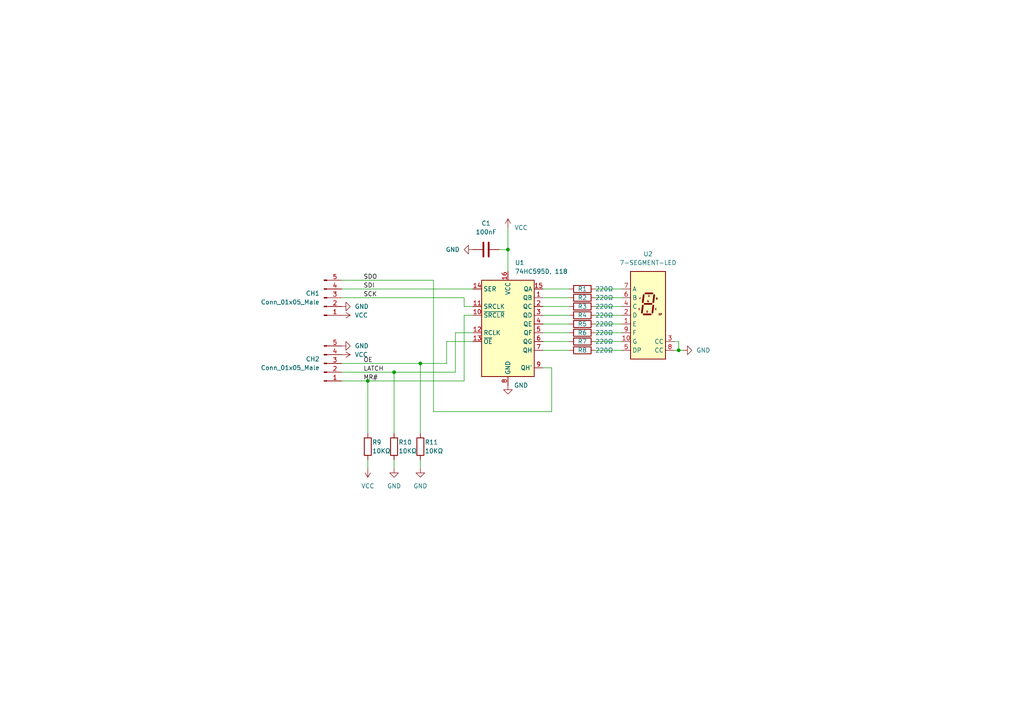
<source format=kicad_sch>
(kicad_sch (version 20230121) (generator eeschema)

  (uuid 38975fd9-2a31-4e73-b8fb-7891ecf7d40d)

  (paper "A4")

  (title_block
    (title "AE-7SEG-BOARD")
  )

  (lib_symbols
    (symbol "74xx:74HC595" (in_bom yes) (on_board yes)
      (property "Reference" "U" (at -7.62 13.97 0)
        (effects (font (size 1.27 1.27)))
      )
      (property "Value" "74HC595" (at -7.62 -16.51 0)
        (effects (font (size 1.27 1.27)))
      )
      (property "Footprint" "" (at 0 0 0)
        (effects (font (size 1.27 1.27)) hide)
      )
      (property "Datasheet" "http://www.ti.com/lit/ds/symlink/sn74hc595.pdf" (at 0 0 0)
        (effects (font (size 1.27 1.27)) hide)
      )
      (property "ki_keywords" "HCMOS SR 3State" (at 0 0 0)
        (effects (font (size 1.27 1.27)) hide)
      )
      (property "ki_description" "8-bit serial in/out Shift Register 3-State Outputs" (at 0 0 0)
        (effects (font (size 1.27 1.27)) hide)
      )
      (property "ki_fp_filters" "DIP*W7.62mm* SOIC*3.9x9.9mm*P1.27mm* TSSOP*4.4x5mm*P0.65mm* SOIC*5.3x10.2mm*P1.27mm* SOIC*7.5x10.3mm*P1.27mm*" (at 0 0 0)
        (effects (font (size 1.27 1.27)) hide)
      )
      (symbol "74HC595_1_0"
        (pin tri_state line (at 10.16 7.62 180) (length 2.54)
          (name "QB" (effects (font (size 1.27 1.27))))
          (number "1" (effects (font (size 1.27 1.27))))
        )
        (pin input line (at -10.16 2.54 0) (length 2.54)
          (name "~{SRCLR}" (effects (font (size 1.27 1.27))))
          (number "10" (effects (font (size 1.27 1.27))))
        )
        (pin input line (at -10.16 5.08 0) (length 2.54)
          (name "SRCLK" (effects (font (size 1.27 1.27))))
          (number "11" (effects (font (size 1.27 1.27))))
        )
        (pin input line (at -10.16 -2.54 0) (length 2.54)
          (name "RCLK" (effects (font (size 1.27 1.27))))
          (number "12" (effects (font (size 1.27 1.27))))
        )
        (pin input line (at -10.16 -5.08 0) (length 2.54)
          (name "~{OE}" (effects (font (size 1.27 1.27))))
          (number "13" (effects (font (size 1.27 1.27))))
        )
        (pin input line (at -10.16 10.16 0) (length 2.54)
          (name "SER" (effects (font (size 1.27 1.27))))
          (number "14" (effects (font (size 1.27 1.27))))
        )
        (pin tri_state line (at 10.16 10.16 180) (length 2.54)
          (name "QA" (effects (font (size 1.27 1.27))))
          (number "15" (effects (font (size 1.27 1.27))))
        )
        (pin power_in line (at 0 15.24 270) (length 2.54)
          (name "VCC" (effects (font (size 1.27 1.27))))
          (number "16" (effects (font (size 1.27 1.27))))
        )
        (pin tri_state line (at 10.16 5.08 180) (length 2.54)
          (name "QC" (effects (font (size 1.27 1.27))))
          (number "2" (effects (font (size 1.27 1.27))))
        )
        (pin tri_state line (at 10.16 2.54 180) (length 2.54)
          (name "QD" (effects (font (size 1.27 1.27))))
          (number "3" (effects (font (size 1.27 1.27))))
        )
        (pin tri_state line (at 10.16 0 180) (length 2.54)
          (name "QE" (effects (font (size 1.27 1.27))))
          (number "4" (effects (font (size 1.27 1.27))))
        )
        (pin tri_state line (at 10.16 -2.54 180) (length 2.54)
          (name "QF" (effects (font (size 1.27 1.27))))
          (number "5" (effects (font (size 1.27 1.27))))
        )
        (pin tri_state line (at 10.16 -5.08 180) (length 2.54)
          (name "QG" (effects (font (size 1.27 1.27))))
          (number "6" (effects (font (size 1.27 1.27))))
        )
        (pin tri_state line (at 10.16 -7.62 180) (length 2.54)
          (name "QH" (effects (font (size 1.27 1.27))))
          (number "7" (effects (font (size 1.27 1.27))))
        )
        (pin power_in line (at 0 -17.78 90) (length 2.54)
          (name "GND" (effects (font (size 1.27 1.27))))
          (number "8" (effects (font (size 1.27 1.27))))
        )
        (pin output line (at 10.16 -12.7 180) (length 2.54)
          (name "QH'" (effects (font (size 1.27 1.27))))
          (number "9" (effects (font (size 1.27 1.27))))
        )
      )
      (symbol "74HC595_1_1"
        (rectangle (start -7.62 12.7) (end 7.62 -15.24)
          (stroke (width 0.254) (type default))
          (fill (type background))
        )
      )
    )
    (symbol "Connector:Conn_01x05_Male" (pin_names (offset 1.016) hide) (in_bom yes) (on_board yes)
      (property "Reference" "J" (at 0 7.62 0)
        (effects (font (size 1.27 1.27)))
      )
      (property "Value" "Conn_01x05_Male" (at 0 -7.62 0)
        (effects (font (size 1.27 1.27)))
      )
      (property "Footprint" "" (at 0 0 0)
        (effects (font (size 1.27 1.27)) hide)
      )
      (property "Datasheet" "~" (at 0 0 0)
        (effects (font (size 1.27 1.27)) hide)
      )
      (property "ki_keywords" "connector" (at 0 0 0)
        (effects (font (size 1.27 1.27)) hide)
      )
      (property "ki_description" "Generic connector, single row, 01x05, script generated (kicad-library-utils/schlib/autogen/connector/)" (at 0 0 0)
        (effects (font (size 1.27 1.27)) hide)
      )
      (property "ki_fp_filters" "Connector*:*_1x??_*" (at 0 0 0)
        (effects (font (size 1.27 1.27)) hide)
      )
      (symbol "Conn_01x05_Male_1_1"
        (polyline
          (pts
            (xy 1.27 -5.08)
            (xy 0.8636 -5.08)
          )
          (stroke (width 0.1524) (type default))
          (fill (type none))
        )
        (polyline
          (pts
            (xy 1.27 -2.54)
            (xy 0.8636 -2.54)
          )
          (stroke (width 0.1524) (type default))
          (fill (type none))
        )
        (polyline
          (pts
            (xy 1.27 0)
            (xy 0.8636 0)
          )
          (stroke (width 0.1524) (type default))
          (fill (type none))
        )
        (polyline
          (pts
            (xy 1.27 2.54)
            (xy 0.8636 2.54)
          )
          (stroke (width 0.1524) (type default))
          (fill (type none))
        )
        (polyline
          (pts
            (xy 1.27 5.08)
            (xy 0.8636 5.08)
          )
          (stroke (width 0.1524) (type default))
          (fill (type none))
        )
        (rectangle (start 0.8636 -4.953) (end 0 -5.207)
          (stroke (width 0.1524) (type default))
          (fill (type outline))
        )
        (rectangle (start 0.8636 -2.413) (end 0 -2.667)
          (stroke (width 0.1524) (type default))
          (fill (type outline))
        )
        (rectangle (start 0.8636 0.127) (end 0 -0.127)
          (stroke (width 0.1524) (type default))
          (fill (type outline))
        )
        (rectangle (start 0.8636 2.667) (end 0 2.413)
          (stroke (width 0.1524) (type default))
          (fill (type outline))
        )
        (rectangle (start 0.8636 5.207) (end 0 4.953)
          (stroke (width 0.1524) (type default))
          (fill (type outline))
        )
        (pin passive line (at 5.08 5.08 180) (length 3.81)
          (name "Pin_1" (effects (font (size 1.27 1.27))))
          (number "1" (effects (font (size 1.27 1.27))))
        )
        (pin passive line (at 5.08 2.54 180) (length 3.81)
          (name "Pin_2" (effects (font (size 1.27 1.27))))
          (number "2" (effects (font (size 1.27 1.27))))
        )
        (pin passive line (at 5.08 0 180) (length 3.81)
          (name "Pin_3" (effects (font (size 1.27 1.27))))
          (number "3" (effects (font (size 1.27 1.27))))
        )
        (pin passive line (at 5.08 -2.54 180) (length 3.81)
          (name "Pin_4" (effects (font (size 1.27 1.27))))
          (number "4" (effects (font (size 1.27 1.27))))
        )
        (pin passive line (at 5.08 -5.08 180) (length 3.81)
          (name "Pin_5" (effects (font (size 1.27 1.27))))
          (number "5" (effects (font (size 1.27 1.27))))
        )
      )
    )
    (symbol "Device:C" (pin_numbers hide) (pin_names (offset 0.254)) (in_bom yes) (on_board yes)
      (property "Reference" "C" (at 0.635 2.54 0)
        (effects (font (size 1.27 1.27)) (justify left))
      )
      (property "Value" "C" (at 0.635 -2.54 0)
        (effects (font (size 1.27 1.27)) (justify left))
      )
      (property "Footprint" "" (at 0.9652 -3.81 0)
        (effects (font (size 1.27 1.27)) hide)
      )
      (property "Datasheet" "~" (at 0 0 0)
        (effects (font (size 1.27 1.27)) hide)
      )
      (property "ki_keywords" "cap capacitor" (at 0 0 0)
        (effects (font (size 1.27 1.27)) hide)
      )
      (property "ki_description" "Unpolarized capacitor" (at 0 0 0)
        (effects (font (size 1.27 1.27)) hide)
      )
      (property "ki_fp_filters" "C_*" (at 0 0 0)
        (effects (font (size 1.27 1.27)) hide)
      )
      (symbol "C_0_1"
        (polyline
          (pts
            (xy -2.032 -0.762)
            (xy 2.032 -0.762)
          )
          (stroke (width 0.508) (type default))
          (fill (type none))
        )
        (polyline
          (pts
            (xy -2.032 0.762)
            (xy 2.032 0.762)
          )
          (stroke (width 0.508) (type default))
          (fill (type none))
        )
      )
      (symbol "C_1_1"
        (pin passive line (at 0 3.81 270) (length 2.794)
          (name "~" (effects (font (size 1.27 1.27))))
          (number "1" (effects (font (size 1.27 1.27))))
        )
        (pin passive line (at 0 -3.81 90) (length 2.794)
          (name "~" (effects (font (size 1.27 1.27))))
          (number "2" (effects (font (size 1.27 1.27))))
        )
      )
    )
    (symbol "Device:R" (pin_numbers hide) (pin_names (offset 0)) (in_bom yes) (on_board yes)
      (property "Reference" "R" (at 2.032 0 90)
        (effects (font (size 1.27 1.27)))
      )
      (property "Value" "R" (at 0 0 90)
        (effects (font (size 1.27 1.27)))
      )
      (property "Footprint" "" (at -1.778 0 90)
        (effects (font (size 1.27 1.27)) hide)
      )
      (property "Datasheet" "~" (at 0 0 0)
        (effects (font (size 1.27 1.27)) hide)
      )
      (property "ki_keywords" "R res resistor" (at 0 0 0)
        (effects (font (size 1.27 1.27)) hide)
      )
      (property "ki_description" "Resistor" (at 0 0 0)
        (effects (font (size 1.27 1.27)) hide)
      )
      (property "ki_fp_filters" "R_*" (at 0 0 0)
        (effects (font (size 1.27 1.27)) hide)
      )
      (symbol "R_0_1"
        (rectangle (start -1.016 -2.54) (end 1.016 2.54)
          (stroke (width 0.254) (type default))
          (fill (type none))
        )
      )
      (symbol "R_1_1"
        (pin passive line (at 0 3.81 270) (length 1.27)
          (name "~" (effects (font (size 1.27 1.27))))
          (number "1" (effects (font (size 1.27 1.27))))
        )
        (pin passive line (at 0 -3.81 90) (length 1.27)
          (name "~" (effects (font (size 1.27 1.27))))
          (number "2" (effects (font (size 1.27 1.27))))
        )
      )
    )
    (symbol "Display_Character:D1X8K-14BL" (in_bom yes) (on_board yes)
      (property "Reference" "U" (at -2.54 13.97 0)
        (effects (font (size 1.27 1.27)) (justify right))
      )
      (property "Value" "D1X8K-14BL" (at 1.27 13.97 0)
        (effects (font (size 1.27 1.27)) (justify left))
      )
      (property "Footprint" "Display_7Segment:D1X8K" (at 0 -15.24 0)
        (effects (font (size 1.27 1.27)) hide)
      )
      (property "Datasheet" "https://ia800903.us.archive.org/24/items/CTKD1x8K/Cromatek%20D168K.pdf" (at -12.7 12.065 0)
        (effects (font (size 1.27 1.27)) (justify left) hide)
      )
      (property "ki_keywords" "display LED 7-segment" (at 0 0 0)
        (effects (font (size 1.27 1.27)) hide)
      )
      (property "ki_description" "One digit 7 segment ultra bright blue LED, low current, common cathode" (at 0 0 0)
        (effects (font (size 1.27 1.27)) hide)
      )
      (property "ki_fp_filters" "D1X8K*" (at 0 0 0)
        (effects (font (size 1.27 1.27)) hide)
      )
      (symbol "D1X8K-14BL_0_0"
        (text "A" (at 0.254 5.588 0)
          (effects (font (size 0.508 0.508)))
        )
        (text "B" (at 2.54 4.826 0)
          (effects (font (size 0.508 0.508)))
        )
        (text "C" (at 2.286 1.778 0)
          (effects (font (size 0.508 0.508)))
        )
        (text "D" (at -0.254 1.016 0)
          (effects (font (size 0.508 0.508)))
        )
        (text "DP" (at 3.556 0.254 0)
          (effects (font (size 0.508 0.508)))
        )
        (text "E" (at -2.54 1.778 0)
          (effects (font (size 0.508 0.508)))
        )
        (text "F" (at -2.286 4.826 0)
          (effects (font (size 0.508 0.508)))
        )
        (text "G" (at 0 4.064 0)
          (effects (font (size 0.508 0.508)))
        )
      )
      (symbol "D1X8K-14BL_0_1"
        (rectangle (start -5.08 12.7) (end 5.08 -12.7)
          (stroke (width 0.254) (type default))
          (fill (type background))
        )
        (polyline
          (pts
            (xy -1.524 2.794)
            (xy -1.778 0.762)
          )
          (stroke (width 0.508) (type default))
          (fill (type none))
        )
        (polyline
          (pts
            (xy -1.27 0.254)
            (xy 0.762 0.254)
          )
          (stroke (width 0.508) (type default))
          (fill (type none))
        )
        (polyline
          (pts
            (xy -1.27 5.842)
            (xy -1.524 3.81)
          )
          (stroke (width 0.508) (type default))
          (fill (type none))
        )
        (polyline
          (pts
            (xy -1.016 3.302)
            (xy 1.016 3.302)
          )
          (stroke (width 0.508) (type default))
          (fill (type none))
        )
        (polyline
          (pts
            (xy -0.762 6.35)
            (xy 1.27 6.35)
          )
          (stroke (width 0.508) (type default))
          (fill (type none))
        )
        (polyline
          (pts
            (xy 1.524 2.794)
            (xy 1.27 0.762)
          )
          (stroke (width 0.508) (type default))
          (fill (type none))
        )
        (polyline
          (pts
            (xy 1.778 5.842)
            (xy 1.524 3.81)
          )
          (stroke (width 0.508) (type default))
          (fill (type none))
        )
        (polyline
          (pts
            (xy 2.54 0.254)
            (xy 2.54 0.254)
          )
          (stroke (width 0.508) (type default))
          (fill (type none))
        )
      )
      (symbol "D1X8K-14BL_1_1"
        (pin input line (at -7.62 -2.54 0) (length 2.54)
          (name "E" (effects (font (size 1.27 1.27))))
          (number "1" (effects (font (size 1.27 1.27))))
        )
        (pin input line (at -7.62 -7.62 0) (length 2.54)
          (name "G" (effects (font (size 1.27 1.27))))
          (number "10" (effects (font (size 1.27 1.27))))
        )
        (pin input line (at -7.62 0 0) (length 2.54)
          (name "D" (effects (font (size 1.27 1.27))))
          (number "2" (effects (font (size 1.27 1.27))))
        )
        (pin input line (at 7.62 -7.62 180) (length 2.54)
          (name "CC" (effects (font (size 1.27 1.27))))
          (number "3" (effects (font (size 1.27 1.27))))
        )
        (pin input line (at -7.62 2.54 0) (length 2.54)
          (name "C" (effects (font (size 1.27 1.27))))
          (number "4" (effects (font (size 1.27 1.27))))
        )
        (pin input line (at -7.62 -10.16 0) (length 2.54)
          (name "DP" (effects (font (size 1.27 1.27))))
          (number "5" (effects (font (size 1.27 1.27))))
        )
        (pin input line (at -7.62 5.08 0) (length 2.54)
          (name "B" (effects (font (size 1.27 1.27))))
          (number "6" (effects (font (size 1.27 1.27))))
        )
        (pin input line (at -7.62 7.62 0) (length 2.54)
          (name "A" (effects (font (size 1.27 1.27))))
          (number "7" (effects (font (size 1.27 1.27))))
        )
        (pin input line (at 7.62 -10.16 180) (length 2.54)
          (name "CC" (effects (font (size 1.27 1.27))))
          (number "8" (effects (font (size 1.27 1.27))))
        )
        (pin input line (at -7.62 -5.08 0) (length 2.54)
          (name "F" (effects (font (size 1.27 1.27))))
          (number "9" (effects (font (size 1.27 1.27))))
        )
      )
    )
    (symbol "power:GND" (power) (pin_names (offset 0)) (in_bom yes) (on_board yes)
      (property "Reference" "#PWR" (at 0 -6.35 0)
        (effects (font (size 1.27 1.27)) hide)
      )
      (property "Value" "GND" (at 0 -3.81 0)
        (effects (font (size 1.27 1.27)))
      )
      (property "Footprint" "" (at 0 0 0)
        (effects (font (size 1.27 1.27)) hide)
      )
      (property "Datasheet" "" (at 0 0 0)
        (effects (font (size 1.27 1.27)) hide)
      )
      (property "ki_keywords" "power-flag" (at 0 0 0)
        (effects (font (size 1.27 1.27)) hide)
      )
      (property "ki_description" "Power symbol creates a global label with name \"GND\" , ground" (at 0 0 0)
        (effects (font (size 1.27 1.27)) hide)
      )
      (symbol "GND_0_1"
        (polyline
          (pts
            (xy 0 0)
            (xy 0 -1.27)
            (xy 1.27 -1.27)
            (xy 0 -2.54)
            (xy -1.27 -1.27)
            (xy 0 -1.27)
          )
          (stroke (width 0) (type default))
          (fill (type none))
        )
      )
      (symbol "GND_1_1"
        (pin power_in line (at 0 0 270) (length 0) hide
          (name "GND" (effects (font (size 1.27 1.27))))
          (number "1" (effects (font (size 1.27 1.27))))
        )
      )
    )
    (symbol "power:VCC" (power) (pin_names (offset 0)) (in_bom yes) (on_board yes)
      (property "Reference" "#PWR" (at 0 -3.81 0)
        (effects (font (size 1.27 1.27)) hide)
      )
      (property "Value" "VCC" (at 0 3.81 0)
        (effects (font (size 1.27 1.27)))
      )
      (property "Footprint" "" (at 0 0 0)
        (effects (font (size 1.27 1.27)) hide)
      )
      (property "Datasheet" "" (at 0 0 0)
        (effects (font (size 1.27 1.27)) hide)
      )
      (property "ki_keywords" "power-flag" (at 0 0 0)
        (effects (font (size 1.27 1.27)) hide)
      )
      (property "ki_description" "Power symbol creates a global label with name \"VCC\"" (at 0 0 0)
        (effects (font (size 1.27 1.27)) hide)
      )
      (symbol "VCC_0_1"
        (polyline
          (pts
            (xy -0.762 1.27)
            (xy 0 2.54)
          )
          (stroke (width 0) (type default))
          (fill (type none))
        )
        (polyline
          (pts
            (xy 0 0)
            (xy 0 2.54)
          )
          (stroke (width 0) (type default))
          (fill (type none))
        )
        (polyline
          (pts
            (xy 0 2.54)
            (xy 0.762 1.27)
          )
          (stroke (width 0) (type default))
          (fill (type none))
        )
      )
      (symbol "VCC_1_1"
        (pin power_in line (at 0 0 90) (length 0) hide
          (name "VCC" (effects (font (size 1.27 1.27))))
          (number "1" (effects (font (size 1.27 1.27))))
        )
      )
    )
  )

  (junction (at 114.3 107.95) (diameter 0) (color 0 0 0 0)
    (uuid 1f23b9c7-8cdf-4ae9-9248-daa394158642)
  )
  (junction (at 106.68 110.49) (diameter 0) (color 0 0 0 0)
    (uuid 6f3ae56a-3158-4c1a-9d43-11a593c32109)
  )
  (junction (at 147.32 72.39) (diameter 0) (color 0 0 0 0)
    (uuid b4a42977-9b74-454e-b6d5-322abdeb6dd5)
  )
  (junction (at 196.85 101.6) (diameter 0) (color 0 0 0 0)
    (uuid dcbdd326-72ba-4d0f-9aea-b28feabf6875)
  )
  (junction (at 121.92 105.41) (diameter 0) (color 0 0 0 0)
    (uuid e1308960-5ad7-4222-86ae-fbb9c24f9135)
  )

  (wire (pts (xy 121.92 105.41) (xy 121.92 125.73))
    (stroke (width 0) (type default))
    (uuid 0074c861-83fd-4b0a-8c08-06f8669fa1a5)
  )
  (wire (pts (xy 165.1 83.82) (xy 157.48 83.82))
    (stroke (width 0) (type default))
    (uuid 062188c2-3edc-4290-a51b-321e062cfaed)
  )
  (wire (pts (xy 180.34 101.6) (xy 172.72 101.6))
    (stroke (width 0) (type default))
    (uuid 0cee9588-7c12-4298-ab58-c27f3b0d0be7)
  )
  (wire (pts (xy 147.32 66.04) (xy 147.32 72.39))
    (stroke (width 0) (type default))
    (uuid 0ec2ec94-b723-418e-bd00-efcd451f1395)
  )
  (wire (pts (xy 165.1 88.9) (xy 157.48 88.9))
    (stroke (width 0) (type default))
    (uuid 1e045455-901d-44c4-864e-5c801dd42ea9)
  )
  (wire (pts (xy 147.32 72.39) (xy 147.32 78.74))
    (stroke (width 0) (type default))
    (uuid 2a81048f-8d40-4e6d-a8f1-def55d9ac390)
  )
  (wire (pts (xy 134.62 86.36) (xy 134.62 88.9))
    (stroke (width 0) (type default))
    (uuid 2dc67cad-b6a1-4677-ad55-f10a0c284a24)
  )
  (wire (pts (xy 114.3 107.95) (xy 99.06 107.95))
    (stroke (width 0) (type default))
    (uuid 30ae45ba-3871-414e-b673-9cd151108661)
  )
  (wire (pts (xy 157.48 106.68) (xy 160.02 106.68))
    (stroke (width 0) (type default))
    (uuid 333b827c-edba-4d1c-a0d1-e939b74e7e56)
  )
  (wire (pts (xy 134.62 110.49) (xy 106.68 110.49))
    (stroke (width 0) (type default))
    (uuid 36f1b997-08cd-45cf-a933-09bb5e76e12b)
  )
  (wire (pts (xy 132.08 96.52) (xy 132.08 107.95))
    (stroke (width 0) (type default))
    (uuid 39842c51-cf44-41c4-ab52-3bfa03b171b6)
  )
  (wire (pts (xy 137.16 96.52) (xy 132.08 96.52))
    (stroke (width 0) (type default))
    (uuid 3c6cb632-2904-4b14-90f2-f6dcc539bad5)
  )
  (wire (pts (xy 180.34 86.36) (xy 172.72 86.36))
    (stroke (width 0) (type default))
    (uuid 421d20de-a505-4cf4-a61c-beaafac8e6ec)
  )
  (wire (pts (xy 129.54 105.41) (xy 121.92 105.41))
    (stroke (width 0) (type default))
    (uuid 464c89c3-b2ff-46f0-af22-98e172a117dd)
  )
  (wire (pts (xy 196.85 99.06) (xy 196.85 101.6))
    (stroke (width 0) (type default))
    (uuid 4c5007d6-3133-4f22-a59e-da51ebb9a67a)
  )
  (wire (pts (xy 137.16 99.06) (xy 129.54 99.06))
    (stroke (width 0) (type default))
    (uuid 4cb69591-caaf-45da-bc74-51ca688aad67)
  )
  (wire (pts (xy 114.3 135.89) (xy 114.3 133.35))
    (stroke (width 0) (type default))
    (uuid 4ef4c637-a9f4-4f69-b444-0491d38ce9af)
  )
  (wire (pts (xy 195.58 101.6) (xy 196.85 101.6))
    (stroke (width 0) (type default))
    (uuid 5307c372-6ffc-45ca-9f53-cb71cbb48f18)
  )
  (wire (pts (xy 165.1 101.6) (xy 157.48 101.6))
    (stroke (width 0) (type default))
    (uuid 53fd9298-f901-4545-873d-9693f9c6c55a)
  )
  (wire (pts (xy 106.68 110.49) (xy 99.06 110.49))
    (stroke (width 0) (type default))
    (uuid 5552f81d-b73f-4fb0-926f-a362a70860d5)
  )
  (wire (pts (xy 125.73 119.38) (xy 125.73 81.28))
    (stroke (width 0) (type default))
    (uuid 55ea1d1e-7869-4e53-98b3-615a245edf9a)
  )
  (wire (pts (xy 180.34 99.06) (xy 172.72 99.06))
    (stroke (width 0) (type default))
    (uuid 58380a21-cffc-433f-812a-0850b74512df)
  )
  (wire (pts (xy 99.06 105.41) (xy 121.92 105.41))
    (stroke (width 0) (type default))
    (uuid 5da1223a-e5cc-410d-adbe-74b7ad4a2fe5)
  )
  (wire (pts (xy 165.1 93.98) (xy 157.48 93.98))
    (stroke (width 0) (type default))
    (uuid 6086ca81-72b9-4381-bd28-4e758bceefeb)
  )
  (wire (pts (xy 180.34 88.9) (xy 172.72 88.9))
    (stroke (width 0) (type default))
    (uuid 639b265a-9c8f-4285-9287-2ad85fcb9e9d)
  )
  (wire (pts (xy 180.34 83.82) (xy 172.72 83.82))
    (stroke (width 0) (type default))
    (uuid 6518d84c-7e4b-4345-a968-0ac03a43ff33)
  )
  (wire (pts (xy 99.06 83.82) (xy 137.16 83.82))
    (stroke (width 0) (type default))
    (uuid 7251802a-eb0c-409a-a962-58633a3411e3)
  )
  (wire (pts (xy 137.16 91.44) (xy 134.62 91.44))
    (stroke (width 0) (type default))
    (uuid 7464f55e-d923-4452-a487-fc32e01640fd)
  )
  (wire (pts (xy 114.3 107.95) (xy 114.3 125.73))
    (stroke (width 0) (type default))
    (uuid 772250d4-a76b-4150-ac1b-7ae65b8585b4)
  )
  (wire (pts (xy 121.92 135.89) (xy 121.92 133.35))
    (stroke (width 0) (type default))
    (uuid 7a8ea77f-6727-4fbb-9dee-95bbb1f7ea32)
  )
  (wire (pts (xy 180.34 93.98) (xy 172.72 93.98))
    (stroke (width 0) (type default))
    (uuid 957500c8-164b-46cd-8da5-3dbe55dfa9ff)
  )
  (wire (pts (xy 165.1 91.44) (xy 157.48 91.44))
    (stroke (width 0) (type default))
    (uuid 96f1a94e-7253-4487-af4a-90e04022e668)
  )
  (wire (pts (xy 160.02 119.38) (xy 125.73 119.38))
    (stroke (width 0) (type default))
    (uuid 9adfb5e0-68ee-4807-8e2c-adab1809a7be)
  )
  (wire (pts (xy 106.68 135.89) (xy 106.68 133.35))
    (stroke (width 0) (type default))
    (uuid a38ae512-3406-478c-849b-9ffd622f0b39)
  )
  (wire (pts (xy 180.34 91.44) (xy 172.72 91.44))
    (stroke (width 0) (type default))
    (uuid ae5eb2c4-b573-424a-86de-9d82c2e1e897)
  )
  (wire (pts (xy 196.85 99.06) (xy 195.58 99.06))
    (stroke (width 0) (type default))
    (uuid ae8bf846-a042-45fd-8993-277132734d11)
  )
  (wire (pts (xy 99.06 86.36) (xy 134.62 86.36))
    (stroke (width 0) (type default))
    (uuid ba712246-3889-404e-acf6-e0c5780377b6)
  )
  (wire (pts (xy 129.54 99.06) (xy 129.54 105.41))
    (stroke (width 0) (type default))
    (uuid c1eb609a-b658-446f-a75a-e9e333a291cc)
  )
  (wire (pts (xy 144.78 72.39) (xy 147.32 72.39))
    (stroke (width 0) (type default))
    (uuid c684d8d1-a95d-4bdc-8a9c-f27c7d92320c)
  )
  (wire (pts (xy 165.1 99.06) (xy 157.48 99.06))
    (stroke (width 0) (type default))
    (uuid c79c62b5-3a01-4cd7-ba50-92e44a34fc2c)
  )
  (wire (pts (xy 106.68 110.49) (xy 106.68 125.73))
    (stroke (width 0) (type default))
    (uuid c9c1eb55-ef76-4e36-931f-4119fd562d47)
  )
  (wire (pts (xy 196.85 101.6) (xy 198.12 101.6))
    (stroke (width 0) (type default))
    (uuid cb565913-5373-4f63-ada9-2f1855807efc)
  )
  (wire (pts (xy 125.73 81.28) (xy 99.06 81.28))
    (stroke (width 0) (type default))
    (uuid d948897c-faac-4a79-9a23-ec4305ca8b7c)
  )
  (wire (pts (xy 134.62 91.44) (xy 134.62 110.49))
    (stroke (width 0) (type default))
    (uuid eaf2e6ad-4475-4f84-bdeb-ca7d068469e4)
  )
  (wire (pts (xy 165.1 86.36) (xy 157.48 86.36))
    (stroke (width 0) (type default))
    (uuid f28c9102-a06b-473c-92e2-3c4ce83a6251)
  )
  (wire (pts (xy 134.62 88.9) (xy 137.16 88.9))
    (stroke (width 0) (type default))
    (uuid f46fb98a-4616-424c-ace0-b1a41f2b2583)
  )
  (wire (pts (xy 160.02 106.68) (xy 160.02 119.38))
    (stroke (width 0) (type default))
    (uuid f5583684-fda6-46cf-854b-12406f918d0b)
  )
  (wire (pts (xy 165.1 96.52) (xy 157.48 96.52))
    (stroke (width 0) (type default))
    (uuid f64f9100-a7f0-4668-b079-05f84722225f)
  )
  (wire (pts (xy 132.08 107.95) (xy 114.3 107.95))
    (stroke (width 0) (type default))
    (uuid f694b79c-7749-4510-af44-1cb910431313)
  )
  (wire (pts (xy 180.34 96.52) (xy 172.72 96.52))
    (stroke (width 0) (type default))
    (uuid fe5a613f-fcb8-4145-bbf2-3922f5c2b062)
  )

  (label "MR#" (at 105.41 110.49 0) (fields_autoplaced)
    (effects (font (size 1.27 1.27)) (justify left bottom))
    (uuid 05aeedbf-4971-4304-87f2-1cb0fe5ee388)
  )
  (label "OE" (at 105.41 105.41 0) (fields_autoplaced)
    (effects (font (size 1.27 1.27)) (justify left bottom))
    (uuid 391f33bf-b64b-492e-8c6f-ac311d56cf1b)
  )
  (label "SDO" (at 105.41 81.28 0) (fields_autoplaced)
    (effects (font (size 1.27 1.27)) (justify left bottom))
    (uuid 44e71df4-5564-46dd-a61c-54126fd7ec58)
  )
  (label "LATCH" (at 105.41 107.95 0) (fields_autoplaced)
    (effects (font (size 1.27 1.27)) (justify left bottom))
    (uuid 5ce9b1b8-d50e-4aae-9c7a-a17b6d121829)
  )
  (label "SCK" (at 105.41 86.36 0) (fields_autoplaced)
    (effects (font (size 1.27 1.27)) (justify left bottom))
    (uuid 78ab49a0-9055-4379-abf7-912f163ef9c6)
  )
  (label "SDI" (at 105.41 83.82 0) (fields_autoplaced)
    (effects (font (size 1.27 1.27)) (justify left bottom))
    (uuid b4dd3a28-1840-4cbe-a999-c70e03094e39)
  )

  (symbol (lib_id "Device:R") (at 114.3 129.54 180) (unit 1)
    (in_bom yes) (on_board yes) (dnp no)
    (uuid 011fd06e-aa51-47ba-950b-32124e5146de)
    (property "Reference" "R10" (at 115.57 128.27 0)
      (effects (font (size 1.27 1.27)) (justify right))
    )
    (property "Value" "10KΩ" (at 115.57 130.81 0)
      (effects (font (size 1.27 1.27)) (justify right))
    )
    (property "Footprint" "Resistor_SMD:R_0402_1005Metric" (at 116.078 129.54 90)
      (effects (font (size 1.27 1.27)) hide)
    )
    (property "Datasheet" "https://datasheet.lcsc.com/lcsc/2206010100_UNI-ROYAL-Uniroyal-Elec-0402WGF1002TCE_C25744.pdf" (at 114.3 129.54 0)
      (effects (font (size 1.27 1.27)) hide)
    )
    (property "LCSC" "C25744" (at 114.3 129.54 90)
      (effects (font (size 1.27 1.27)) hide)
    )
    (pin "1" (uuid 05807a90-b31b-4617-84e0-5e98e2d5f366))
    (pin "2" (uuid 3ac1738d-27f7-4551-bfe1-ad139bede114))
    (instances
      (project "AE-7SEG-BOARD"
        (path "/38975fd9-2a31-4e73-b8fb-7891ecf7d40d"
          (reference "R10") (unit 1)
        )
      )
    )
  )

  (symbol (lib_id "power:GND") (at 99.06 88.9 90) (unit 1)
    (in_bom yes) (on_board yes) (dnp no) (fields_autoplaced)
    (uuid 050e46eb-ce6e-419c-a534-00f83c9a8815)
    (property "Reference" "#PWR0108" (at 105.41 88.9 0)
      (effects (font (size 1.27 1.27)) hide)
    )
    (property "Value" "GND" (at 102.87 88.8999 90)
      (effects (font (size 1.27 1.27)) (justify right))
    )
    (property "Footprint" "" (at 99.06 88.9 0)
      (effects (font (size 1.27 1.27)) hide)
    )
    (property "Datasheet" "" (at 99.06 88.9 0)
      (effects (font (size 1.27 1.27)) hide)
    )
    (pin "1" (uuid 41fb41b2-6157-415f-9e19-af5594fc01f1))
    (instances
      (project "AE-7SEG-BOARD"
        (path "/38975fd9-2a31-4e73-b8fb-7891ecf7d40d"
          (reference "#PWR0108") (unit 1)
        )
      )
    )
  )

  (symbol (lib_id "power:GND") (at 99.06 100.33 90) (unit 1)
    (in_bom yes) (on_board yes) (dnp no) (fields_autoplaced)
    (uuid 0e9099a5-8325-4cb3-8108-87e75c3d8fef)
    (property "Reference" "#PWR0107" (at 105.41 100.33 0)
      (effects (font (size 1.27 1.27)) hide)
    )
    (property "Value" "GND" (at 102.87 100.3299 90)
      (effects (font (size 1.27 1.27)) (justify right))
    )
    (property "Footprint" "" (at 99.06 100.33 0)
      (effects (font (size 1.27 1.27)) hide)
    )
    (property "Datasheet" "" (at 99.06 100.33 0)
      (effects (font (size 1.27 1.27)) hide)
    )
    (pin "1" (uuid e2bbe589-c366-44b9-a815-d36379906bfc))
    (instances
      (project "AE-7SEG-BOARD"
        (path "/38975fd9-2a31-4e73-b8fb-7891ecf7d40d"
          (reference "#PWR0107") (unit 1)
        )
      )
    )
  )

  (symbol (lib_id "power:VCC") (at 147.32 66.04 0) (unit 1)
    (in_bom yes) (on_board yes) (dnp no)
    (uuid 156d3f0a-dd26-44d1-b8c3-2cd552536f4f)
    (property "Reference" "#PWR0101" (at 147.32 69.85 0)
      (effects (font (size 1.27 1.27)) hide)
    )
    (property "Value" "VCC" (at 151.13 66.04 0)
      (effects (font (size 1.27 1.27)))
    )
    (property "Footprint" "" (at 147.32 66.04 0)
      (effects (font (size 1.27 1.27)) hide)
    )
    (property "Datasheet" "" (at 147.32 66.04 0)
      (effects (font (size 1.27 1.27)) hide)
    )
    (pin "1" (uuid 464d4a0e-8e01-47b3-b65d-93b2afb2313b))
    (instances
      (project "AE-7SEG-BOARD"
        (path "/38975fd9-2a31-4e73-b8fb-7891ecf7d40d"
          (reference "#PWR0101") (unit 1)
        )
      )
    )
  )

  (symbol (lib_id "Device:R") (at 168.91 93.98 90) (unit 1)
    (in_bom yes) (on_board yes) (dnp no)
    (uuid 1ad41561-35d7-4639-95cb-73731641c61f)
    (property "Reference" "R5" (at 168.91 93.98 90)
      (effects (font (size 1.27 1.27)))
    )
    (property "Value" "220Ω" (at 175.26 93.98 90)
      (effects (font (size 1.27 1.27)))
    )
    (property "Footprint" "Resistor_SMD:R_0402_1005Metric" (at 168.91 95.758 90)
      (effects (font (size 1.27 1.27)) hide)
    )
    (property "Datasheet" "https://datasheet.lcsc.com/lcsc/2205311900_UNI-ROYAL-Uniroyal-Elec-0402WGF2200TCE_C25091.pdf" (at 168.91 93.98 0)
      (effects (font (size 1.27 1.27)) hide)
    )
    (property "LCSC" "C25091" (at 168.91 93.98 90)
      (effects (font (size 1.27 1.27)) hide)
    )
    (pin "1" (uuid 357d2da5-b4cc-4609-9404-20a659e0070c))
    (pin "2" (uuid e94f5165-ca24-4d31-8b86-e726247dda88))
    (instances
      (project "AE-7SEG-BOARD"
        (path "/38975fd9-2a31-4e73-b8fb-7891ecf7d40d"
          (reference "R5") (unit 1)
        )
      )
    )
  )

  (symbol (lib_id "Connector:Conn_01x05_Male") (at 93.98 86.36 0) (mirror x) (unit 1)
    (in_bom no) (on_board yes) (dnp no) (fields_autoplaced)
    (uuid 1cf3af5d-a224-4beb-9217-889dd6a2c447)
    (property "Reference" "CH1" (at 92.71 85.0899 0)
      (effects (font (size 1.27 1.27)) (justify right))
    )
    (property "Value" "Conn_01x05_Male" (at 92.71 87.6299 0)
      (effects (font (size 1.27 1.27)) (justify right))
    )
    (property "Footprint" "Connector_PinHeader_2.54mm:PinHeader_1x05_P2.54mm_Vertical" (at 93.98 86.36 0)
      (effects (font (size 1.27 1.27)) hide)
    )
    (property "Datasheet" "~" (at 93.98 86.36 0)
      (effects (font (size 1.27 1.27)) hide)
    )
    (pin "1" (uuid e34601cf-958d-4b65-8aa7-fdf6eaf44f61))
    (pin "2" (uuid 3ec65077-3061-491f-bcc6-766a75bb432c))
    (pin "3" (uuid b3b304f2-9feb-4e88-a6f1-dd688a685304))
    (pin "4" (uuid ec5196e6-7ccb-4312-bb8a-2b31ec35bcc1))
    (pin "5" (uuid 4368943b-668a-4b2e-a771-e6a34ca3b099))
    (instances
      (project "AE-7SEG-BOARD"
        (path "/38975fd9-2a31-4e73-b8fb-7891ecf7d40d"
          (reference "CH1") (unit 1)
        )
      )
    )
  )

  (symbol (lib_id "Device:R") (at 168.91 83.82 90) (unit 1)
    (in_bom yes) (on_board yes) (dnp no)
    (uuid 1d7fbd2b-58e1-44d5-b08a-2a8e110b969a)
    (property "Reference" "R1" (at 168.91 83.82 90)
      (effects (font (size 1.27 1.27)))
    )
    (property "Value" "220Ω" (at 175.26 83.82 90)
      (effects (font (size 1.27 1.27)))
    )
    (property "Footprint" "Resistor_SMD:R_0402_1005Metric" (at 168.91 85.598 90)
      (effects (font (size 1.27 1.27)) hide)
    )
    (property "Datasheet" "https://datasheet.lcsc.com/lcsc/2205311900_UNI-ROYAL-Uniroyal-Elec-0402WGF2200TCE_C25091.pdf" (at 168.91 83.82 0)
      (effects (font (size 1.27 1.27)) hide)
    )
    (property "LCSC" "C25091" (at 168.91 83.82 90)
      (effects (font (size 1.27 1.27)) hide)
    )
    (pin "1" (uuid 40fe11f7-5aed-4afc-9c71-743972946d22))
    (pin "2" (uuid 19c79d27-8b84-4664-ae83-e47aa8c157bf))
    (instances
      (project "AE-7SEG-BOARD"
        (path "/38975fd9-2a31-4e73-b8fb-7891ecf7d40d"
          (reference "R1") (unit 1)
        )
      )
    )
  )

  (symbol (lib_id "power:GND") (at 137.16 72.39 270) (unit 1)
    (in_bom yes) (on_board yes) (dnp no) (fields_autoplaced)
    (uuid 27313161-c79f-47e1-a76a-2fa5fef3da1b)
    (property "Reference" "#PWR0111" (at 130.81 72.39 0)
      (effects (font (size 1.27 1.27)) hide)
    )
    (property "Value" "GND" (at 133.35 72.3899 90)
      (effects (font (size 1.27 1.27)) (justify right))
    )
    (property "Footprint" "" (at 137.16 72.39 0)
      (effects (font (size 1.27 1.27)) hide)
    )
    (property "Datasheet" "" (at 137.16 72.39 0)
      (effects (font (size 1.27 1.27)) hide)
    )
    (pin "1" (uuid 66149ee1-9560-4cd7-a5de-92f70fbb4b9a))
    (instances
      (project "AE-7SEG-BOARD"
        (path "/38975fd9-2a31-4e73-b8fb-7891ecf7d40d"
          (reference "#PWR0111") (unit 1)
        )
      )
    )
  )

  (symbol (lib_id "Device:R") (at 168.91 96.52 90) (unit 1)
    (in_bom yes) (on_board yes) (dnp no)
    (uuid 282da042-c2dd-4daa-ad50-acfd010cc740)
    (property "Reference" "R6" (at 168.91 96.52 90)
      (effects (font (size 1.27 1.27)))
    )
    (property "Value" "220Ω" (at 175.26 96.52 90)
      (effects (font (size 1.27 1.27)))
    )
    (property "Footprint" "Resistor_SMD:R_0402_1005Metric" (at 168.91 98.298 90)
      (effects (font (size 1.27 1.27)) hide)
    )
    (property "Datasheet" "https://datasheet.lcsc.com/lcsc/2205311900_UNI-ROYAL-Uniroyal-Elec-0402WGF2200TCE_C25091.pdf" (at 168.91 96.52 0)
      (effects (font (size 1.27 1.27)) hide)
    )
    (property "LCSC" "C25091" (at 168.91 96.52 90)
      (effects (font (size 1.27 1.27)) hide)
    )
    (pin "1" (uuid aa9ef9da-3c6a-421d-b176-46f661d559aa))
    (pin "2" (uuid f9f44904-b196-4c36-834b-50122ca15eef))
    (instances
      (project "AE-7SEG-BOARD"
        (path "/38975fd9-2a31-4e73-b8fb-7891ecf7d40d"
          (reference "R6") (unit 1)
        )
      )
    )
  )

  (symbol (lib_id "power:GND") (at 198.12 101.6 90) (unit 1)
    (in_bom yes) (on_board yes) (dnp no) (fields_autoplaced)
    (uuid 2ee7113c-ab97-43ba-a6da-e60d55bf9929)
    (property "Reference" "#PWR0103" (at 204.47 101.6 0)
      (effects (font (size 1.27 1.27)) hide)
    )
    (property "Value" "GND" (at 201.93 101.5999 90)
      (effects (font (size 1.27 1.27)) (justify right))
    )
    (property "Footprint" "" (at 198.12 101.6 0)
      (effects (font (size 1.27 1.27)) hide)
    )
    (property "Datasheet" "" (at 198.12 101.6 0)
      (effects (font (size 1.27 1.27)) hide)
    )
    (pin "1" (uuid 41713099-90b6-498b-86b1-723e62e0ee7f))
    (instances
      (project "AE-7SEG-BOARD"
        (path "/38975fd9-2a31-4e73-b8fb-7891ecf7d40d"
          (reference "#PWR0103") (unit 1)
        )
      )
    )
  )

  (symbol (lib_id "Device:R") (at 168.91 86.36 90) (unit 1)
    (in_bom yes) (on_board yes) (dnp no)
    (uuid 2f72b7d8-b661-4a62-98ad-75a02dc450c6)
    (property "Reference" "R2" (at 168.91 86.36 90)
      (effects (font (size 1.27 1.27)))
    )
    (property "Value" "220Ω" (at 175.26 86.36 90)
      (effects (font (size 1.27 1.27)))
    )
    (property "Footprint" "Resistor_SMD:R_0402_1005Metric" (at 168.91 88.138 90)
      (effects (font (size 1.27 1.27)) hide)
    )
    (property "Datasheet" "https://datasheet.lcsc.com/lcsc/2205311900_UNI-ROYAL-Uniroyal-Elec-0402WGF2200TCE_C25091.pdf" (at 168.91 86.36 0)
      (effects (font (size 1.27 1.27)) hide)
    )
    (property "LCSC" "C25091" (at 168.91 86.36 90)
      (effects (font (size 1.27 1.27)) hide)
    )
    (pin "1" (uuid 9fdc6e27-1f05-4a33-9955-7ddacf92de15))
    (pin "2" (uuid 3a0ca617-39ca-4f90-bd4d-1f8e2539974c))
    (instances
      (project "AE-7SEG-BOARD"
        (path "/38975fd9-2a31-4e73-b8fb-7891ecf7d40d"
          (reference "R2") (unit 1)
        )
      )
    )
  )

  (symbol (lib_id "Display_Character:D1X8K-14BL") (at 187.96 91.44 0) (unit 1)
    (in_bom no) (on_board yes) (dnp no) (fields_autoplaced)
    (uuid 3165eb52-11a0-4818-9f3c-c2ba880cefbc)
    (property "Reference" "U2" (at 187.96 73.66 0)
      (effects (font (size 1.27 1.27)))
    )
    (property "Value" "7-SEGMENT-LED" (at 187.96 76.2 0)
      (effects (font (size 1.27 1.27)))
    )
    (property "Footprint" "Display_7Segment:D1X8K" (at 187.96 106.68 0)
      (effects (font (size 1.27 1.27)) hide)
    )
    (property "Datasheet" "https://ia800903.us.archive.org/24/items/CTKD1x8K/Cromatek%20D168K.pdf" (at 175.26 79.375 0)
      (effects (font (size 1.27 1.27)) (justify left) hide)
    )
    (pin "1" (uuid 5c1bd1d7-dc81-4060-aa1a-b981bb134d3e))
    (pin "10" (uuid 04550211-cde6-4906-873b-3c153886f092))
    (pin "2" (uuid 9542617b-322a-4c39-a049-5e20b96b2278))
    (pin "3" (uuid a9c2d98c-b780-42ba-9a04-83ecb0bc478a))
    (pin "4" (uuid 5fcf2753-0b8d-442e-9ff0-9f50e6768972))
    (pin "5" (uuid 0f9331d7-9dd4-4034-a2c4-ccdcfac1717d))
    (pin "6" (uuid 667adbe1-f05c-4096-9bc2-74840aa4d06b))
    (pin "7" (uuid f7ae2116-29f9-499b-9e89-d64dfa4396ca))
    (pin "8" (uuid 8274398a-e7ff-446f-9ce2-f116de4df88b))
    (pin "9" (uuid 57fcd4f7-ddc3-4158-94b0-28d50feb4d27))
    (instances
      (project "AE-7SEG-BOARD"
        (path "/38975fd9-2a31-4e73-b8fb-7891ecf7d40d"
          (reference "U2") (unit 1)
        )
      )
    )
  )

  (symbol (lib_id "Device:R") (at 168.91 91.44 90) (unit 1)
    (in_bom yes) (on_board yes) (dnp no)
    (uuid 405fe887-cc5c-4652-8050-9f61d52d58d6)
    (property "Reference" "R4" (at 168.91 91.44 90)
      (effects (font (size 1.27 1.27)))
    )
    (property "Value" "220Ω" (at 175.26 91.44 90)
      (effects (font (size 1.27 1.27)))
    )
    (property "Footprint" "Resistor_SMD:R_0402_1005Metric" (at 168.91 93.218 90)
      (effects (font (size 1.27 1.27)) hide)
    )
    (property "Datasheet" "https://datasheet.lcsc.com/lcsc/2205311900_UNI-ROYAL-Uniroyal-Elec-0402WGF2200TCE_C25091.pdf" (at 168.91 91.44 0)
      (effects (font (size 1.27 1.27)) hide)
    )
    (property "LCSC" "C25091" (at 168.91 91.44 90)
      (effects (font (size 1.27 1.27)) hide)
    )
    (pin "1" (uuid cd63ce96-bda7-4c14-ae02-4b45672d71c5))
    (pin "2" (uuid d887e2d7-7074-490f-8b3a-da0da8df51ab))
    (instances
      (project "AE-7SEG-BOARD"
        (path "/38975fd9-2a31-4e73-b8fb-7891ecf7d40d"
          (reference "R4") (unit 1)
        )
      )
    )
  )

  (symbol (lib_id "power:GND") (at 147.32 111.76 0) (unit 1)
    (in_bom yes) (on_board yes) (dnp no)
    (uuid 4e588bde-c146-41e8-94ea-7ed69e0d9a24)
    (property "Reference" "#PWR0104" (at 147.32 118.11 0)
      (effects (font (size 1.27 1.27)) hide)
    )
    (property "Value" "GND" (at 151.13 111.76 0)
      (effects (font (size 1.27 1.27)))
    )
    (property "Footprint" "" (at 147.32 111.76 0)
      (effects (font (size 1.27 1.27)) hide)
    )
    (property "Datasheet" "" (at 147.32 111.76 0)
      (effects (font (size 1.27 1.27)) hide)
    )
    (pin "1" (uuid f0e39943-4dec-4312-9e06-5c8cd8383d1b))
    (instances
      (project "AE-7SEG-BOARD"
        (path "/38975fd9-2a31-4e73-b8fb-7891ecf7d40d"
          (reference "#PWR0104") (unit 1)
        )
      )
    )
  )

  (symbol (lib_id "power:GND") (at 114.3 135.89 0) (unit 1)
    (in_bom yes) (on_board yes) (dnp no) (fields_autoplaced)
    (uuid 6546f93d-da5d-4a56-ad77-57f13e182d11)
    (property "Reference" "#PWR0110" (at 114.3 142.24 0)
      (effects (font (size 1.27 1.27)) hide)
    )
    (property "Value" "GND" (at 114.3 140.97 0)
      (effects (font (size 1.27 1.27)))
    )
    (property "Footprint" "" (at 114.3 135.89 0)
      (effects (font (size 1.27 1.27)) hide)
    )
    (property "Datasheet" "" (at 114.3 135.89 0)
      (effects (font (size 1.27 1.27)) hide)
    )
    (pin "1" (uuid 1efe023d-81c5-4909-85d0-eee540eba7c0))
    (instances
      (project "AE-7SEG-BOARD"
        (path "/38975fd9-2a31-4e73-b8fb-7891ecf7d40d"
          (reference "#PWR0110") (unit 1)
        )
      )
    )
  )

  (symbol (lib_id "power:VCC") (at 99.06 102.87 270) (unit 1)
    (in_bom yes) (on_board yes) (dnp no)
    (uuid 8e39758c-65d8-4d9e-9105-eea746e505c9)
    (property "Reference" "#PWR0106" (at 95.25 102.87 0)
      (effects (font (size 1.27 1.27)) hide)
    )
    (property "Value" "VCC" (at 102.87 102.87 90)
      (effects (font (size 1.27 1.27)) (justify left))
    )
    (property "Footprint" "" (at 99.06 102.87 0)
      (effects (font (size 1.27 1.27)) hide)
    )
    (property "Datasheet" "" (at 99.06 102.87 0)
      (effects (font (size 1.27 1.27)) hide)
    )
    (pin "1" (uuid 7c205ac0-c55f-4fb5-a0fa-3aea7d1da95b))
    (instances
      (project "AE-7SEG-BOARD"
        (path "/38975fd9-2a31-4e73-b8fb-7891ecf7d40d"
          (reference "#PWR0106") (unit 1)
        )
      )
    )
  )

  (symbol (lib_id "74xx:74HC595") (at 147.32 93.98 0) (unit 1)
    (in_bom yes) (on_board yes) (dnp no)
    (uuid 9249fc6b-3e6e-440d-ba97-00fc713f3477)
    (property "Reference" "U1" (at 149.3394 76.2 0)
      (effects (font (size 1.27 1.27)) (justify left))
    )
    (property "Value" "74HC595D, 118" (at 149.3394 78.74 0)
      (effects (font (size 1.27 1.27)) (justify left))
    )
    (property "Footprint" "Package_SO:SOIC-16_3.9x9.9mm_P1.27mm" (at 147.32 93.98 0)
      (effects (font (size 1.27 1.27)) hide)
    )
    (property "Datasheet" "https://datasheet.lcsc.com/lcsc/1811021715_Nexperia-74HC595D-118_C5947.pdf" (at 147.32 93.98 0)
      (effects (font (size 1.27 1.27)) hide)
    )
    (property "LCSC" "C5947" (at 147.32 93.98 0)
      (effects (font (size 1.27 1.27)) hide)
    )
    (property "JLCPCB Rotation Offset" "-90" (at 147.32 93.98 0)
      (effects (font (size 1.27 1.27)) hide)
    )
    (pin "1" (uuid 022057f5-8199-41c3-8633-dc4b9219eca0))
    (pin "10" (uuid 6ff7121e-456e-4cf8-a0a0-90720668cbf5))
    (pin "11" (uuid dd22dd3b-5219-45c5-a110-5b1a749abb3c))
    (pin "12" (uuid 99b4b832-47cf-4f0d-900f-2a1fa6694bbb))
    (pin "13" (uuid 0c476a86-5cd2-47cd-a1a3-fb3e33d65213))
    (pin "14" (uuid fb19b7f4-16b9-4060-bad2-92b17194cac5))
    (pin "15" (uuid 5b06e908-2d07-4e6b-b400-f0119db6595d))
    (pin "16" (uuid 9a71c9c0-a812-41f5-9e0c-0c2a638422e9))
    (pin "2" (uuid c9afd11c-ca42-4520-9e2e-c1fe23330343))
    (pin "3" (uuid 5e0147be-56d3-4aaa-9cdc-3ffda000ef53))
    (pin "4" (uuid 2b7a5489-1965-45b4-8af6-297053118cb1))
    (pin "5" (uuid b8bf1483-7433-48f5-867d-856b1e537fde))
    (pin "6" (uuid 548363df-6f61-4d1a-ba91-19d5718dbf75))
    (pin "7" (uuid 3c44558a-e452-4d58-9957-d0b793bef19d))
    (pin "8" (uuid e698d643-8d2b-424a-974f-565ab1427e51))
    (pin "9" (uuid 247dcdda-d46a-4947-8344-9ec2bc748095))
    (instances
      (project "AE-7SEG-BOARD"
        (path "/38975fd9-2a31-4e73-b8fb-7891ecf7d40d"
          (reference "U1") (unit 1)
        )
      )
    )
  )

  (symbol (lib_id "Device:R") (at 106.68 129.54 180) (unit 1)
    (in_bom yes) (on_board yes) (dnp no)
    (uuid 94c19121-d1ec-44f9-abad-a06b67d030be)
    (property "Reference" "R9" (at 107.95 128.27 0)
      (effects (font (size 1.27 1.27)) (justify right))
    )
    (property "Value" "10KΩ" (at 107.95 130.81 0)
      (effects (font (size 1.27 1.27)) (justify right))
    )
    (property "Footprint" "Resistor_SMD:R_0402_1005Metric" (at 108.458 129.54 90)
      (effects (font (size 1.27 1.27)) hide)
    )
    (property "Datasheet" "https://datasheet.lcsc.com/lcsc/2206010100_UNI-ROYAL-Uniroyal-Elec-0402WGF1002TCE_C25744.pdf" (at 106.68 129.54 0)
      (effects (font (size 1.27 1.27)) hide)
    )
    (property "LCSC" "C25744" (at 106.68 129.54 90)
      (effects (font (size 1.27 1.27)) hide)
    )
    (pin "1" (uuid 01efed49-2f26-4ad8-ac7e-34c5607a8194))
    (pin "2" (uuid 275568bf-5c7d-46cf-8570-43b5f0bad127))
    (instances
      (project "AE-7SEG-BOARD"
        (path "/38975fd9-2a31-4e73-b8fb-7891ecf7d40d"
          (reference "R9") (unit 1)
        )
      )
    )
  )

  (symbol (lib_id "Device:R") (at 121.92 129.54 180) (unit 1)
    (in_bom yes) (on_board yes) (dnp no)
    (uuid a68fbaec-aa90-486f-bc85-22b0cc98b58d)
    (property "Reference" "R11" (at 123.19 128.27 0)
      (effects (font (size 1.27 1.27)) (justify right))
    )
    (property "Value" "10KΩ" (at 123.19 130.81 0)
      (effects (font (size 1.27 1.27)) (justify right))
    )
    (property "Footprint" "Resistor_SMD:R_0402_1005Metric" (at 123.698 129.54 90)
      (effects (font (size 1.27 1.27)) hide)
    )
    (property "Datasheet" "https://datasheet.lcsc.com/lcsc/2206010100_UNI-ROYAL-Uniroyal-Elec-0402WGF1002TCE_C25744.pdf" (at 121.92 129.54 0)
      (effects (font (size 1.27 1.27)) hide)
    )
    (property "LCSC" "C25744" (at 121.92 129.54 90)
      (effects (font (size 1.27 1.27)) hide)
    )
    (pin "1" (uuid ffe05d86-92a4-4bb9-962b-0357b27d83bd))
    (pin "2" (uuid 4aca1451-7aea-4731-88de-18a6526c4c5e))
    (instances
      (project "AE-7SEG-BOARD"
        (path "/38975fd9-2a31-4e73-b8fb-7891ecf7d40d"
          (reference "R11") (unit 1)
        )
      )
    )
  )

  (symbol (lib_id "Device:R") (at 168.91 99.06 90) (unit 1)
    (in_bom yes) (on_board yes) (dnp no)
    (uuid c68fc470-b17b-430f-a2fa-a208cae52c4d)
    (property "Reference" "R7" (at 168.91 99.06 90)
      (effects (font (size 1.27 1.27)))
    )
    (property "Value" "220Ω" (at 175.26 99.06 90)
      (effects (font (size 1.27 1.27)))
    )
    (property "Footprint" "Resistor_SMD:R_0402_1005Metric" (at 168.91 100.838 90)
      (effects (font (size 1.27 1.27)) hide)
    )
    (property "Datasheet" "https://datasheet.lcsc.com/lcsc/2205311900_UNI-ROYAL-Uniroyal-Elec-0402WGF2200TCE_C25091.pdf" (at 168.91 99.06 0)
      (effects (font (size 1.27 1.27)) hide)
    )
    (property "LCSC" "C25091" (at 168.91 99.06 90)
      (effects (font (size 1.27 1.27)) hide)
    )
    (pin "1" (uuid c50db98e-4e7a-4090-ae5a-4d0f8e1ba733))
    (pin "2" (uuid 4f9660d6-2f45-49ed-9cba-88ca14853343))
    (instances
      (project "AE-7SEG-BOARD"
        (path "/38975fd9-2a31-4e73-b8fb-7891ecf7d40d"
          (reference "R7") (unit 1)
        )
      )
    )
  )

  (symbol (lib_id "Device:R") (at 168.91 88.9 90) (unit 1)
    (in_bom yes) (on_board yes) (dnp no)
    (uuid c920d7d8-bd5d-4bcd-85e9-9684fa24af53)
    (property "Reference" "R3" (at 168.91 88.9 90)
      (effects (font (size 1.27 1.27)))
    )
    (property "Value" "220Ω" (at 175.26 88.9 90)
      (effects (font (size 1.27 1.27)))
    )
    (property "Footprint" "Resistor_SMD:R_0402_1005Metric" (at 168.91 90.678 90)
      (effects (font (size 1.27 1.27)) hide)
    )
    (property "Datasheet" "https://datasheet.lcsc.com/lcsc/2205311900_UNI-ROYAL-Uniroyal-Elec-0402WGF2200TCE_C25091.pdf" (at 168.91 88.9 0)
      (effects (font (size 1.27 1.27)) hide)
    )
    (property "LCSC" "C25091" (at 168.91 88.9 90)
      (effects (font (size 1.27 1.27)) hide)
    )
    (pin "1" (uuid af61362c-1925-4261-a87a-f99f20b74180))
    (pin "2" (uuid 38c62b8f-45b1-47c6-a2b1-ebbd7cbebd21))
    (instances
      (project "AE-7SEG-BOARD"
        (path "/38975fd9-2a31-4e73-b8fb-7891ecf7d40d"
          (reference "R3") (unit 1)
        )
      )
    )
  )

  (symbol (lib_id "Device:R") (at 168.91 101.6 90) (unit 1)
    (in_bom yes) (on_board yes) (dnp no)
    (uuid c9b197ab-b613-447f-b1eb-3883ee53b833)
    (property "Reference" "R8" (at 168.91 101.6 90)
      (effects (font (size 1.27 1.27)))
    )
    (property "Value" "220Ω" (at 175.26 101.6 90)
      (effects (font (size 1.27 1.27)))
    )
    (property "Footprint" "Resistor_SMD:R_0402_1005Metric" (at 168.91 103.378 90)
      (effects (font (size 1.27 1.27)) hide)
    )
    (property "Datasheet" "https://datasheet.lcsc.com/lcsc/2205311900_UNI-ROYAL-Uniroyal-Elec-0402WGF2200TCE_C25091.pdf" (at 168.91 101.6 0)
      (effects (font (size 1.27 1.27)) hide)
    )
    (property "LCSC" "C25091" (at 168.91 101.6 90)
      (effects (font (size 1.27 1.27)) hide)
    )
    (pin "1" (uuid 0b343678-7d6d-41ef-8c7c-0cd4f0f4d034))
    (pin "2" (uuid 47b5502e-85c4-40c7-877e-3243218d01f1))
    (instances
      (project "AE-7SEG-BOARD"
        (path "/38975fd9-2a31-4e73-b8fb-7891ecf7d40d"
          (reference "R8") (unit 1)
        )
      )
    )
  )

  (symbol (lib_id "Device:C") (at 140.97 72.39 90) (unit 1)
    (in_bom yes) (on_board yes) (dnp no) (fields_autoplaced)
    (uuid d697d119-5d78-4dea-a3c6-839b231d6c25)
    (property "Reference" "C1" (at 140.97 64.77 90)
      (effects (font (size 1.27 1.27)))
    )
    (property "Value" "100nF" (at 140.97 67.31 90)
      (effects (font (size 1.27 1.27)))
    )
    (property "Footprint" "Capacitor_SMD:C_0402_1005Metric" (at 144.78 71.4248 0)
      (effects (font (size 1.27 1.27)) hide)
    )
    (property "Datasheet" "https://datasheet.lcsc.com/lcsc/1810191219_Samsung-Electro-Mechanics-CL05B104KO5NNNC_C1525.pdf" (at 140.97 72.39 0)
      (effects (font (size 1.27 1.27)) hide)
    )
    (property "LCSC" "C1525" (at 140.97 72.39 0)
      (effects (font (size 1.27 1.27)) hide)
    )
    (pin "1" (uuid 34f6be4b-0e20-47b5-bc41-80068482eb3a))
    (pin "2" (uuid 634c783f-39fb-43ad-9a05-511d47e1d8f0))
    (instances
      (project "AE-7SEG-BOARD"
        (path "/38975fd9-2a31-4e73-b8fb-7891ecf7d40d"
          (reference "C1") (unit 1)
        )
      )
    )
  )

  (symbol (lib_id "Connector:Conn_01x05_Male") (at 93.98 105.41 0) (mirror x) (unit 1)
    (in_bom no) (on_board yes) (dnp no) (fields_autoplaced)
    (uuid d79c7fae-a59e-4194-bdc1-5178c2f790b0)
    (property "Reference" "CH2" (at 92.71 104.1399 0)
      (effects (font (size 1.27 1.27)) (justify right))
    )
    (property "Value" "Conn_01x05_Male" (at 92.71 106.6799 0)
      (effects (font (size 1.27 1.27)) (justify right))
    )
    (property "Footprint" "Connector_PinHeader_2.54mm:PinHeader_1x05_P2.54mm_Vertical" (at 93.98 105.41 0)
      (effects (font (size 1.27 1.27)) hide)
    )
    (property "Datasheet" "~" (at 93.98 105.41 0)
      (effects (font (size 1.27 1.27)) hide)
    )
    (pin "1" (uuid e8f9701b-10df-42f3-b34f-c21838361827))
    (pin "2" (uuid eea4aa15-5a40-4a87-89fc-f545e31b55d5))
    (pin "3" (uuid 0b6d1f6a-e17a-4963-a3e6-98adaa88935a))
    (pin "4" (uuid 5fb46986-b141-4c25-bf6d-3a007e3cb337))
    (pin "5" (uuid da6369e7-22a6-4d53-955a-635d6d04750d))
    (instances
      (project "AE-7SEG-BOARD"
        (path "/38975fd9-2a31-4e73-b8fb-7891ecf7d40d"
          (reference "CH2") (unit 1)
        )
      )
    )
  )

  (symbol (lib_id "power:VCC") (at 106.68 135.89 180) (unit 1)
    (in_bom yes) (on_board yes) (dnp no) (fields_autoplaced)
    (uuid e7b9f94d-273b-46ce-90ba-26ef0736df9b)
    (property "Reference" "#PWR0109" (at 106.68 132.08 0)
      (effects (font (size 1.27 1.27)) hide)
    )
    (property "Value" "VCC" (at 106.68 140.97 0)
      (effects (font (size 1.27 1.27)))
    )
    (property "Footprint" "" (at 106.68 135.89 0)
      (effects (font (size 1.27 1.27)) hide)
    )
    (property "Datasheet" "" (at 106.68 135.89 0)
      (effects (font (size 1.27 1.27)) hide)
    )
    (pin "1" (uuid 99046342-bd3a-48a1-bda2-57333bcf7d86))
    (instances
      (project "AE-7SEG-BOARD"
        (path "/38975fd9-2a31-4e73-b8fb-7891ecf7d40d"
          (reference "#PWR0109") (unit 1)
        )
      )
    )
  )

  (symbol (lib_id "power:GND") (at 121.92 135.89 0) (unit 1)
    (in_bom yes) (on_board yes) (dnp no) (fields_autoplaced)
    (uuid f43c6423-b84a-465f-a3e9-032ba0b83499)
    (property "Reference" "#PWR0102" (at 121.92 142.24 0)
      (effects (font (size 1.27 1.27)) hide)
    )
    (property "Value" "GND" (at 121.92 140.97 0)
      (effects (font (size 1.27 1.27)))
    )
    (property "Footprint" "" (at 121.92 135.89 0)
      (effects (font (size 1.27 1.27)) hide)
    )
    (property "Datasheet" "" (at 121.92 135.89 0)
      (effects (font (size 1.27 1.27)) hide)
    )
    (pin "1" (uuid 0dc4d22d-2057-4460-b8d4-3b89d4ff5824))
    (instances
      (project "AE-7SEG-BOARD"
        (path "/38975fd9-2a31-4e73-b8fb-7891ecf7d40d"
          (reference "#PWR0102") (unit 1)
        )
      )
    )
  )

  (symbol (lib_id "power:VCC") (at 99.06 91.44 270) (unit 1)
    (in_bom yes) (on_board yes) (dnp no) (fields_autoplaced)
    (uuid f6665f48-d350-4d9e-ac82-d64272033db1)
    (property "Reference" "#PWR0105" (at 95.25 91.44 0)
      (effects (font (size 1.27 1.27)) hide)
    )
    (property "Value" "VCC" (at 102.87 91.4399 90)
      (effects (font (size 1.27 1.27)) (justify left))
    )
    (property "Footprint" "" (at 99.06 91.44 0)
      (effects (font (size 1.27 1.27)) hide)
    )
    (property "Datasheet" "" (at 99.06 91.44 0)
      (effects (font (size 1.27 1.27)) hide)
    )
    (pin "1" (uuid 75f8d4b3-076d-4e5e-be94-1109e3d61314))
    (instances
      (project "AE-7SEG-BOARD"
        (path "/38975fd9-2a31-4e73-b8fb-7891ecf7d40d"
          (reference "#PWR0105") (unit 1)
        )
      )
    )
  )

  (sheet_instances
    (path "/" (page "1"))
  )
)

</source>
